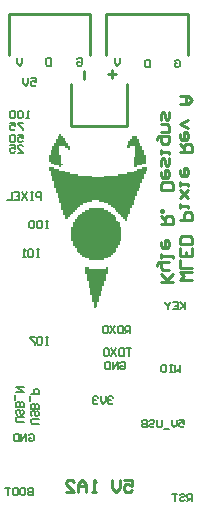
<source format=gbo>
G04*
G04 #@! TF.GenerationSoftware,Altium Limited,Altium Designer,24.6.1 (21)*
G04*
G04 Layer_Color=32896*
%FSLAX25Y25*%
%MOIN*%
G70*
G04*
G04 #@! TF.SameCoordinates,1986151C-97A1-4A67-A93D-4D8E7053BCD9*
G04*
G04*
G04 #@! TF.FilePolarity,Positive*
G04*
G01*
G75*
%ADD11C,0.01000*%
%ADD18C,0.00500*%
G36*
X31955Y143566D02*
X32530D01*
Y142991D01*
X33105D01*
Y142416D01*
Y141841D01*
X33680D01*
Y141266D01*
X34255D01*
Y140691D01*
Y140117D01*
X34829D01*
Y139542D01*
Y138967D01*
X34255D01*
Y139542D01*
X33105D01*
Y140117D01*
X31380D01*
Y139542D01*
Y138967D01*
Y138392D01*
Y137817D01*
Y137242D01*
X31955D01*
Y136668D01*
Y136093D01*
Y135518D01*
Y134943D01*
Y134368D01*
X32530D01*
Y133793D01*
X31955D01*
Y133219D01*
X31380D01*
Y133793D01*
X29656D01*
Y134368D01*
X28506D01*
Y134943D01*
X27931D01*
Y135518D01*
Y136093D01*
Y136668D01*
Y137242D01*
X28506D01*
Y137817D01*
Y138392D01*
Y138967D01*
X29081D01*
Y139542D01*
Y140117D01*
X29656D01*
Y140691D01*
Y141266D01*
X30231D01*
Y141841D01*
Y142416D01*
X30806D01*
Y142991D01*
Y143566D01*
X31380D01*
Y144141D01*
X31955D01*
Y143566D01*
D02*
G37*
G36*
X57249Y142991D02*
Y142416D01*
X57823D01*
Y141841D01*
Y141266D01*
X58398D01*
Y140691D01*
Y140117D01*
X58973D01*
Y139542D01*
Y138967D01*
X59548D01*
Y138392D01*
Y137817D01*
Y137242D01*
X60123D01*
Y136668D01*
Y136093D01*
Y135518D01*
Y134943D01*
Y134368D01*
X58973D01*
Y133793D01*
X57249D01*
Y133219D01*
X56099D01*
Y133793D01*
Y134368D01*
Y134943D01*
Y135518D01*
Y136093D01*
Y136668D01*
X56674D01*
Y137242D01*
Y137817D01*
Y138392D01*
Y138967D01*
Y139542D01*
Y140117D01*
X54949D01*
Y139542D01*
X53799D01*
Y140117D01*
Y140691D01*
X54374D01*
Y141266D01*
Y141841D01*
X54949D01*
Y142416D01*
X55524D01*
Y142991D01*
Y143566D01*
X57249D01*
Y142991D01*
D02*
G37*
G36*
X60698Y132644D02*
Y132069D01*
X60123D01*
Y131494D01*
Y130919D01*
X59548D01*
Y130344D01*
Y129769D01*
Y129194D01*
X58973D01*
Y128620D01*
Y128045D01*
X58398D01*
Y127470D01*
Y126895D01*
Y126320D01*
X57823D01*
Y125745D01*
Y125171D01*
X57249D01*
Y124596D01*
Y124021D01*
Y123446D01*
X56674D01*
Y122871D01*
Y122296D01*
X56099D01*
Y121721D01*
Y121147D01*
Y120572D01*
X55524D01*
Y119997D01*
Y119422D01*
X54949D01*
Y118847D01*
Y118272D01*
Y117698D01*
X54374D01*
Y117123D01*
Y116548D01*
X53799D01*
Y115973D01*
Y115398D01*
X53224D01*
Y115973D01*
X52650D01*
Y116548D01*
X52075D01*
Y117123D01*
X51500D01*
Y117698D01*
X50925D01*
Y118272D01*
X50350D01*
Y118847D01*
X49775D01*
Y119422D01*
X49201D01*
Y119997D01*
X48626D01*
Y120572D01*
X47476D01*
Y121147D01*
X46326D01*
Y121721D01*
X44602D01*
Y122296D01*
X42302D01*
Y121721D01*
X40578D01*
Y121147D01*
X39428D01*
Y120572D01*
X38278D01*
Y119997D01*
X37704D01*
Y119422D01*
X37129D01*
Y118847D01*
X36554D01*
Y118272D01*
X35979D01*
Y117698D01*
X35404D01*
Y117123D01*
X34829D01*
Y116548D01*
X34255D01*
Y115973D01*
X33105D01*
Y116548D01*
Y117123D01*
X32530D01*
Y117698D01*
Y118272D01*
Y118847D01*
X31955D01*
Y119422D01*
Y119997D01*
Y120572D01*
Y121147D01*
X31380D01*
Y121721D01*
Y122296D01*
Y122871D01*
X30806D01*
Y123446D01*
Y124021D01*
Y124596D01*
X30231D01*
Y125171D01*
Y125745D01*
Y126320D01*
X29656D01*
Y126895D01*
Y127470D01*
Y128045D01*
Y128620D01*
X29081D01*
Y129194D01*
Y129769D01*
Y130344D01*
X28506D01*
Y130919D01*
Y131494D01*
Y132069D01*
X27931D01*
Y132644D01*
Y133219D01*
X29656D01*
Y132644D01*
X31380D01*
Y132069D01*
X33105D01*
Y131494D01*
X34829D01*
Y130919D01*
X37704D01*
Y130344D01*
X42302D01*
Y129769D01*
X46326D01*
Y130344D01*
X50925D01*
Y130919D01*
X53799D01*
Y131494D01*
X56099D01*
Y132069D01*
X57249D01*
Y132644D01*
X58973D01*
Y133219D01*
X60698D01*
Y132644D01*
D02*
G37*
G36*
X46326Y118847D02*
X47476D01*
Y118272D01*
X48626D01*
Y117698D01*
X49201D01*
Y117123D01*
X49775D01*
Y116548D01*
X50350D01*
Y115973D01*
Y115398D01*
X50925D01*
Y114823D01*
X51500D01*
Y114249D01*
Y113674D01*
Y113099D01*
X52075D01*
Y112524D01*
Y111949D01*
Y111374D01*
Y110799D01*
Y110224D01*
Y109650D01*
Y109075D01*
Y108500D01*
X51500D01*
Y107925D01*
Y107350D01*
X50925D01*
Y106775D01*
Y106201D01*
X50350D01*
Y105626D01*
Y105051D01*
X49775D01*
Y104476D01*
X49201D01*
Y103901D01*
X48626D01*
Y103326D01*
X47476D01*
Y102752D01*
X46326D01*
Y102177D01*
X41153D01*
Y102752D01*
X40003D01*
Y103326D01*
X38853D01*
Y103901D01*
X38278D01*
Y104476D01*
X37704D01*
Y105051D01*
X37129D01*
Y105626D01*
Y106201D01*
X36554D01*
Y106775D01*
X35979D01*
Y107350D01*
Y107925D01*
Y108500D01*
X35404D01*
Y109075D01*
Y109650D01*
Y110224D01*
Y110799D01*
Y111374D01*
Y111949D01*
Y112524D01*
Y113099D01*
X35979D01*
Y113674D01*
Y114249D01*
Y114823D01*
X36554D01*
Y115398D01*
Y115973D01*
X37129D01*
Y116548D01*
X37704D01*
Y117123D01*
X38278D01*
Y117698D01*
X38853D01*
Y118272D01*
X40003D01*
Y118847D01*
X41153D01*
Y119422D01*
X46326D01*
Y118847D01*
D02*
G37*
G36*
X47476Y99302D02*
Y98728D01*
Y98153D01*
Y97578D01*
X46901D01*
Y97003D01*
Y96428D01*
Y95853D01*
Y95279D01*
X46326D01*
Y94704D01*
Y94129D01*
Y93554D01*
X45752D01*
Y92979D01*
Y92404D01*
Y91829D01*
X45177D01*
Y91255D01*
Y90680D01*
Y90105D01*
X44602D01*
Y89530D01*
Y88955D01*
Y88380D01*
X44027D01*
Y87805D01*
Y87231D01*
Y86656D01*
X43452D01*
Y86081D01*
X42877D01*
Y86656D01*
Y87231D01*
Y87805D01*
Y88380D01*
X42302D01*
Y88955D01*
Y89530D01*
Y90105D01*
Y90680D01*
X41728D01*
Y91255D01*
Y91829D01*
Y92404D01*
Y92979D01*
X41153D01*
Y93554D01*
Y94129D01*
Y94704D01*
Y95279D01*
X40578D01*
Y95853D01*
Y96428D01*
Y97003D01*
Y97578D01*
X40003D01*
Y98153D01*
Y98728D01*
Y99302D01*
Y99877D01*
X41153D01*
Y99302D01*
X46901D01*
Y99877D01*
X47476D01*
Y99302D01*
D02*
G37*
D11*
X46960Y184278D02*
X74244D01*
Y170500D02*
Y184278D01*
X46960Y170500D02*
Y184278D01*
X35127Y147025D02*
X53867D01*
X35127D02*
Y161000D01*
X53867Y147025D02*
Y161000D01*
X14460Y170500D02*
Y184278D01*
X41744Y170500D02*
Y184278D01*
X14460D02*
X41744D01*
X49074Y162774D02*
Y165439D01*
X50406Y164106D02*
X47741D01*
X39552Y162695D02*
Y165360D01*
X52834Y28999D02*
X55500D01*
Y26999D01*
X54167Y27666D01*
X53501D01*
X52834Y26999D01*
Y25666D01*
X53501Y25000D01*
X54834D01*
X55500Y25666D01*
X51501Y28999D02*
Y26333D01*
X50168Y25000D01*
X48836Y26333D01*
Y28999D01*
X43504Y25000D02*
X42171D01*
X42837D01*
Y28999D01*
X43504Y28332D01*
X40172Y25000D02*
Y27666D01*
X38839Y28999D01*
X37506Y27666D01*
Y25000D01*
Y26999D01*
X40172D01*
X33507Y25000D02*
X36173D01*
X33507Y27666D01*
Y28332D01*
X34174Y28999D01*
X35506D01*
X36173Y28332D01*
X69332Y95000D02*
X65333D01*
X66666D01*
X69332Y97666D01*
X67332Y95666D01*
X65333Y97666D01*
X67999Y98999D02*
X65999D01*
X65333Y99665D01*
Y101664D01*
X64666D01*
X64000Y100998D01*
Y100332D01*
X65333Y101664D02*
X67999D01*
X65333Y102997D02*
Y104330D01*
Y103664D01*
X69332D01*
Y102997D01*
X65333Y108329D02*
Y106996D01*
X65999Y106330D01*
X67332D01*
X67999Y106996D01*
Y108329D01*
X67332Y108995D01*
X66666D01*
Y106330D01*
X65333Y114327D02*
X69332D01*
Y116326D01*
X68665Y116993D01*
X67332D01*
X66666Y116326D01*
Y114327D01*
Y115660D02*
X65333Y116993D01*
Y118326D02*
X65999D01*
Y118992D01*
X65333D01*
Y118326D01*
X69332Y125657D02*
X65333D01*
Y127656D01*
X65999Y128323D01*
X68665D01*
X69332Y127656D01*
Y125657D01*
X65333Y131655D02*
Y130322D01*
X65999Y129656D01*
X67332D01*
X67999Y130322D01*
Y131655D01*
X67332Y132321D01*
X66666D01*
Y129656D01*
X65333Y133654D02*
Y135653D01*
X65999Y136320D01*
X66666Y135653D01*
Y134321D01*
X67332Y133654D01*
X67999Y134321D01*
Y136320D01*
X65333Y137653D02*
Y138986D01*
Y138319D01*
X67999D01*
Y137653D01*
X64000Y142318D02*
Y142984D01*
X64666Y143651D01*
X67999D01*
Y141652D01*
X67332Y140985D01*
X65999D01*
X65333Y141652D01*
Y143651D01*
Y144984D02*
X67999D01*
Y146983D01*
X67332Y147650D01*
X65333D01*
Y148983D02*
Y150982D01*
X65999Y151648D01*
X66666Y150982D01*
Y149649D01*
X67332Y148983D01*
X67999Y149649D01*
Y151648D01*
X75499Y95500D02*
X71500D01*
X72833Y96833D01*
X71500Y98166D01*
X75499D01*
Y99499D02*
X71500D01*
Y102164D01*
X75499Y106163D02*
Y103497D01*
X71500D01*
Y106163D01*
X73499Y103497D02*
Y104830D01*
X75499Y107496D02*
X71500D01*
Y109495D01*
X72166Y110162D01*
X74832D01*
X75499Y109495D01*
Y107496D01*
X71500Y115494D02*
X75499D01*
Y117493D01*
X74832Y118159D01*
X73499D01*
X72833Y117493D01*
Y115494D01*
X71500Y119492D02*
Y120825D01*
Y120159D01*
X74166D01*
Y119492D01*
Y122825D02*
X71500Y125490D01*
X72833Y124157D01*
X74166Y125490D01*
X71500Y122825D01*
Y126823D02*
Y128156D01*
Y127490D01*
X74166D01*
Y126823D01*
X71500Y132155D02*
Y130822D01*
X72166Y130156D01*
X73499D01*
X74166Y130822D01*
Y132155D01*
X73499Y132821D01*
X72833D01*
Y130156D01*
X71500Y138153D02*
X75499D01*
Y140152D01*
X74832Y140819D01*
X73499D01*
X72833Y140152D01*
Y138153D01*
Y139486D02*
X71500Y140819D01*
Y144151D02*
Y142818D01*
X72166Y142152D01*
X73499D01*
X74166Y142818D01*
Y144151D01*
X73499Y144817D01*
X72833D01*
Y142152D01*
X74166Y146150D02*
X71500Y147483D01*
X74166Y148816D01*
X71500Y154148D02*
X74166D01*
X75499Y155481D01*
X74166Y156814D01*
X71500D01*
X73499D01*
Y154148D01*
D18*
X25123Y122250D02*
Y124750D01*
X23874D01*
X23457Y124333D01*
Y123500D01*
X23874Y123083D01*
X25123D01*
X22624Y124750D02*
X21791D01*
X22208D01*
Y122250D01*
X22624D01*
X21791D01*
X20541Y124750D02*
X18875Y122250D01*
Y124750D02*
X20541Y122250D01*
X16376Y124750D02*
X18042D01*
Y122250D01*
X16376D01*
X18042Y123500D02*
X17209D01*
X15543Y124750D02*
Y122250D01*
X13877D01*
X51500Y169499D02*
Y167833D01*
X50667Y167000D01*
X49834Y167833D01*
Y169499D01*
X61500Y168999D02*
Y166500D01*
X60250D01*
X59834Y166917D01*
Y168583D01*
X60250Y168999D01*
X61500D01*
X69834Y168583D02*
X70250Y168999D01*
X71083D01*
X71500Y168583D01*
Y166917D01*
X71083Y166500D01*
X70250D01*
X69834Y166917D01*
Y167750D01*
X70667D01*
X37334Y169083D02*
X37750Y169499D01*
X38583D01*
X39000Y169083D01*
Y167417D01*
X38583Y167000D01*
X37750D01*
X37334Y167417D01*
Y168250D01*
X38167D01*
X28500Y169499D02*
Y167000D01*
X27250D01*
X26834Y167417D01*
Y169083D01*
X27250Y169499D01*
X28500D01*
X19000D02*
Y167833D01*
X18167Y167000D01*
X17334Y167833D01*
Y169499D01*
X19458Y48169D02*
X17375D01*
X16959Y48585D01*
Y49418D01*
X17375Y49835D01*
X19458D01*
X19041Y52334D02*
X19458Y51917D01*
Y51084D01*
X19041Y50668D01*
X18625D01*
X18208Y51084D01*
Y51917D01*
X17792Y52334D01*
X17375D01*
X16959Y51917D01*
Y51084D01*
X17375Y50668D01*
X19458Y53167D02*
X16959D01*
Y54417D01*
X17375Y54833D01*
X17792D01*
X18208Y54417D01*
Y53167D01*
Y54417D01*
X18625Y54833D01*
X19041D01*
X19458Y54417D01*
Y53167D01*
X16542Y55666D02*
Y57332D01*
X16959Y58165D02*
X19458D01*
X16959Y59831D01*
X19458D01*
X24458Y47668D02*
X22375D01*
X21959Y48085D01*
Y48918D01*
X22375Y49335D01*
X24458D01*
X24041Y51834D02*
X24458Y51417D01*
Y50584D01*
X24041Y50168D01*
X23625D01*
X23208Y50584D01*
Y51417D01*
X22792Y51834D01*
X22375D01*
X21959Y51417D01*
Y50584D01*
X22375Y50168D01*
X24458Y52667D02*
X21959D01*
Y53917D01*
X22375Y54333D01*
X22792D01*
X23208Y53917D01*
Y52667D01*
Y53917D01*
X23625Y54333D01*
X24041D01*
X24458Y53917D01*
Y52667D01*
X21542Y55166D02*
Y56832D01*
X21959Y57665D02*
X24458D01*
Y58915D01*
X24041Y59331D01*
X23208D01*
X22792Y58915D01*
Y57665D01*
X71415Y48958D02*
X73081D01*
Y47708D01*
X72248Y48125D01*
X71831D01*
X71415Y47708D01*
Y46875D01*
X71831Y46459D01*
X72664D01*
X73081Y46875D01*
X70582Y48958D02*
Y47292D01*
X69749Y46459D01*
X68916Y47292D01*
Y48958D01*
X68083Y46042D02*
X66417D01*
X65583Y48958D02*
Y46875D01*
X65167Y46459D01*
X64334D01*
X63917Y46875D01*
Y48958D01*
X61418Y48541D02*
X61835Y48958D01*
X62668D01*
X63084Y48541D01*
Y48125D01*
X62668Y47708D01*
X61835D01*
X61418Y47292D01*
Y46875D01*
X61835Y46459D01*
X62668D01*
X63084Y46875D01*
X60585Y48958D02*
Y46459D01*
X59336D01*
X58919Y46875D01*
Y47292D01*
X59336Y47708D01*
X60585D01*
X59336D01*
X58919Y48125D01*
Y48541D01*
X59336Y48958D01*
X60585D01*
X21166Y43833D02*
X21583Y44250D01*
X22416D01*
X22832Y43833D01*
Y42167D01*
X22416Y41750D01*
X21583D01*
X21166Y42167D01*
Y43000D01*
X21999D01*
X20333Y41750D02*
Y44250D01*
X18667Y41750D01*
Y44250D01*
X17834D02*
Y41750D01*
X16584D01*
X16168Y42167D01*
Y43833D01*
X16584Y44250D01*
X17834D01*
X27624Y115250D02*
X26791D01*
X27207D01*
Y112750D01*
X27624D01*
X26791D01*
X24292Y115250D02*
X25125D01*
X25541Y114833D01*
Y113167D01*
X25125Y112750D01*
X24292D01*
X23875Y113167D01*
Y114833D01*
X24292Y115250D01*
X23042Y114833D02*
X22626Y115250D01*
X21792D01*
X21376Y114833D01*
Y113167D01*
X21792Y112750D01*
X22626D01*
X23042Y113167D01*
Y114833D01*
X24708Y105750D02*
X23874D01*
X24291D01*
Y103250D01*
X24708D01*
X23874D01*
X21375Y105750D02*
X22208D01*
X22625Y105333D01*
Y103667D01*
X22208Y103250D01*
X21375D01*
X20959Y103667D01*
Y105333D01*
X21375Y105750D01*
X20126Y103250D02*
X19293D01*
X19709D01*
Y105750D01*
X20126Y105333D01*
X75675Y21908D02*
Y24407D01*
X74425D01*
X74009Y23990D01*
Y23157D01*
X74425Y22741D01*
X75675D01*
X74842D02*
X74009Y21908D01*
X71510Y23990D02*
X71926Y24407D01*
X72759D01*
X73176Y23990D01*
Y23574D01*
X72759Y23157D01*
X71926D01*
X71510Y22741D01*
Y22324D01*
X71926Y21908D01*
X72759D01*
X73176Y22324D01*
X70676Y24407D02*
X69010D01*
X69844D01*
Y21908D01*
X21916Y162750D02*
X23583D01*
Y161500D01*
X22750Y161916D01*
X22333D01*
X21916Y161500D01*
Y160667D01*
X22333Y160250D01*
X23166D01*
X23583Y160667D01*
X21083Y162750D02*
Y161083D01*
X20250Y160250D01*
X19417Y161083D01*
Y162750D01*
X22582Y26250D02*
Y23750D01*
X21332D01*
X20916Y24167D01*
Y24584D01*
X21332Y25000D01*
X22582D01*
X21332D01*
X20916Y25416D01*
Y25833D01*
X21332Y26250D01*
X22582D01*
X18833D02*
X19666D01*
X20083Y25833D01*
Y24167D01*
X19666Y23750D01*
X18833D01*
X18417Y24167D01*
Y25833D01*
X18833Y26250D01*
X16334D02*
X17167D01*
X17583Y25833D01*
Y24167D01*
X17167Y23750D01*
X16334D01*
X15917Y24167D01*
Y25833D01*
X16334Y26250D01*
X15084D02*
X13418D01*
X14251D01*
Y23750D01*
X55082Y77750D02*
Y80250D01*
X53832D01*
X53416Y79833D01*
Y79000D01*
X53832Y78584D01*
X55082D01*
X54249D02*
X53416Y77750D01*
X52583Y80250D02*
Y77750D01*
X51333D01*
X50916Y78167D01*
Y79833D01*
X51333Y80250D01*
X52583D01*
X50084D02*
X48417Y77750D01*
Y80250D02*
X50084Y77750D01*
X46335Y80250D02*
X47168D01*
X47584Y79833D01*
Y78167D01*
X47168Y77750D01*
X46335D01*
X45918Y78167D01*
Y79833D01*
X46335Y80250D01*
X55332Y72750D02*
X53666D01*
X54499D01*
Y70250D01*
X52833Y72750D02*
Y70250D01*
X51583D01*
X51166Y70667D01*
Y72333D01*
X51583Y72750D01*
X52833D01*
X50333D02*
X48667Y70250D01*
Y72750D02*
X50333Y70250D01*
X46585Y72750D02*
X47418D01*
X47834Y72333D01*
Y70667D01*
X47418Y70250D01*
X46585D01*
X46168Y70667D01*
Y72333D01*
X46585Y72750D01*
X49332Y56333D02*
X48916Y56750D01*
X48083D01*
X47666Y56333D01*
Y55917D01*
X48083Y55500D01*
X48499D01*
X48083D01*
X47666Y55084D01*
Y54667D01*
X48083Y54250D01*
X48916D01*
X49332Y54667D01*
X46833Y56750D02*
Y55084D01*
X46000Y54250D01*
X45167Y55084D01*
Y56750D01*
X44334Y56333D02*
X43917Y56750D01*
X43084D01*
X42668Y56333D01*
Y55917D01*
X43084Y55500D01*
X43501D01*
X43084D01*
X42668Y55084D01*
Y54667D01*
X43084Y54250D01*
X43917D01*
X44334Y54667D01*
X71624Y67250D02*
Y64750D01*
X70791Y65583D01*
X69958Y64750D01*
Y67250D01*
X69125D02*
X68292D01*
X68708D01*
Y64750D01*
X69125D01*
X68292D01*
X65793Y67250D02*
X66626D01*
X67042Y66833D01*
Y65167D01*
X66626Y64750D01*
X65793D01*
X65376Y65167D01*
Y66833D01*
X65793Y67250D01*
X27707Y76495D02*
X26874D01*
X27290D01*
Y73996D01*
X27707D01*
X26874D01*
X24374Y76495D02*
X25207D01*
X25624Y76079D01*
Y74413D01*
X25207Y73996D01*
X24374D01*
X23958Y74413D01*
Y76079D01*
X24374Y76495D01*
X23125D02*
X21459D01*
Y76079D01*
X23125Y74413D01*
Y73996D01*
X73332Y88250D02*
Y85750D01*
Y86584D01*
X71666Y88250D01*
X72916Y87000D01*
X71666Y85750D01*
X69167Y88250D02*
X70833D01*
Y85750D01*
X69167D01*
X70833Y87000D02*
X70000D01*
X68334Y88250D02*
Y87833D01*
X67501Y87000D01*
X66668Y87833D01*
Y88250D01*
X67501Y87000D02*
Y85750D01*
X51666Y67833D02*
X52083Y68250D01*
X52916D01*
X53332Y67833D01*
Y66167D01*
X52916Y65750D01*
X52083D01*
X51666Y66167D01*
Y67000D01*
X52499D01*
X50833Y65750D02*
Y68250D01*
X49167Y65750D01*
Y68250D01*
X48334D02*
Y65750D01*
X47084D01*
X46668Y66167D01*
Y67833D01*
X47084Y68250D01*
X48334D01*
X17489Y138000D02*
X19155D01*
X17489Y139666D01*
Y140083D01*
X17906Y140499D01*
X18739D01*
X19155Y140083D01*
X14990Y140499D02*
X16656D01*
Y139250D01*
X15823Y139666D01*
X15406D01*
X14990Y139250D01*
Y138417D01*
X15406Y138000D01*
X16240D01*
X16656Y138417D01*
X17489Y143999D02*
X19155D01*
Y142750D01*
X18322Y143166D01*
X17906D01*
X17489Y142750D01*
Y141917D01*
X17906Y141500D01*
X18739D01*
X19155Y141917D01*
X16656Y143583D02*
X16240Y143999D01*
X15406D01*
X14990Y143583D01*
Y141917D01*
X15406Y141500D01*
X16240D01*
X16656Y141917D01*
Y143583D01*
X19155Y147999D02*
X17489D01*
Y147583D01*
X19155Y145916D01*
Y145500D01*
X14990Y147999D02*
X16656D01*
Y146750D01*
X15823Y147166D01*
X15406D01*
X14990Y146750D01*
Y145916D01*
X15406Y145500D01*
X16240D01*
X16656Y145916D01*
X21238Y149500D02*
X20405D01*
X20821D01*
Y151999D01*
X21238Y151583D01*
X19155D02*
X18739Y151999D01*
X17906D01*
X17489Y151583D01*
Y149917D01*
X17906Y149500D01*
X18739D01*
X19155Y149917D01*
Y151583D01*
X16656D02*
X16240Y151999D01*
X15406D01*
X14990Y151583D01*
Y149917D01*
X15406Y149500D01*
X16240D01*
X16656Y149917D01*
Y151583D01*
M02*

</source>
